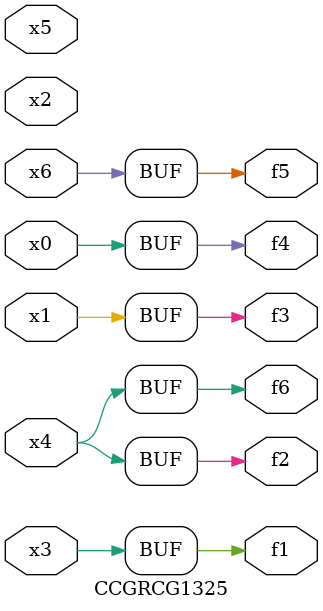
<source format=v>
module CCGRCG1325(
	input x0, x1, x2, x3, x4, x5, x6,
	output f1, f2, f3, f4, f5, f6
);
	assign f1 = x3;
	assign f2 = x4;
	assign f3 = x1;
	assign f4 = x0;
	assign f5 = x6;
	assign f6 = x4;
endmodule

</source>
